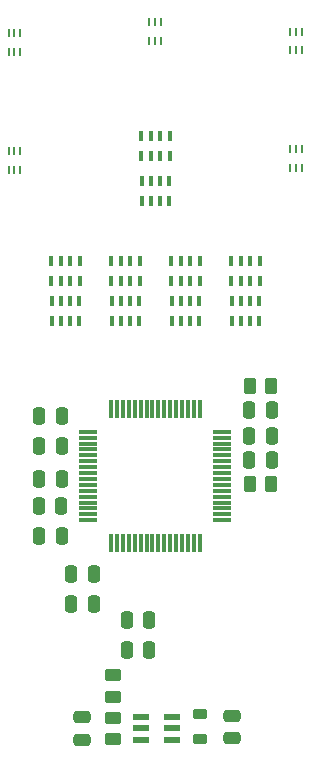
<source format=gbr>
G04 #@! TF.GenerationSoftware,KiCad,Pcbnew,8.0.8*
G04 #@! TF.CreationDate,2025-03-16T16:25:49-04:00*
G04 #@! TF.ProjectId,Combined_PCB,436f6d62-696e-4656-945f-5043422e6b69,1*
G04 #@! TF.SameCoordinates,Original*
G04 #@! TF.FileFunction,Paste,Top*
G04 #@! TF.FilePolarity,Positive*
%FSLAX46Y46*%
G04 Gerber Fmt 4.6, Leading zero omitted, Abs format (unit mm)*
G04 Created by KiCad (PCBNEW 8.0.8) date 2025-03-16 16:25:49*
%MOMM*%
%LPD*%
G01*
G04 APERTURE LIST*
G04 Aperture macros list*
%AMRoundRect*
0 Rectangle with rounded corners*
0 $1 Rounding radius*
0 $2 $3 $4 $5 $6 $7 $8 $9 X,Y pos of 4 corners*
0 Add a 4 corners polygon primitive as box body*
4,1,4,$2,$3,$4,$5,$6,$7,$8,$9,$2,$3,0*
0 Add four circle primitives for the rounded corners*
1,1,$1+$1,$2,$3*
1,1,$1+$1,$4,$5*
1,1,$1+$1,$6,$7*
1,1,$1+$1,$8,$9*
0 Add four rect primitives between the rounded corners*
20,1,$1+$1,$2,$3,$4,$5,0*
20,1,$1+$1,$4,$5,$6,$7,0*
20,1,$1+$1,$6,$7,$8,$9,0*
20,1,$1+$1,$8,$9,$2,$3,0*%
G04 Aperture macros list end*
%ADD10R,0.199200X0.704800*%
%ADD11RoundRect,0.250000X0.475000X-0.250000X0.475000X0.250000X-0.475000X0.250000X-0.475000X-0.250000X0*%
%ADD12R,0.460000X0.890000*%
%ADD13RoundRect,0.250000X0.250000X0.475000X-0.250000X0.475000X-0.250000X-0.475000X0.250000X-0.475000X0*%
%ADD14RoundRect,0.218750X0.381250X-0.218750X0.381250X0.218750X-0.381250X0.218750X-0.381250X-0.218750X0*%
%ADD15R,0.400000X0.900000*%
%ADD16RoundRect,0.250000X-0.262500X-0.450000X0.262500X-0.450000X0.262500X0.450000X-0.262500X0.450000X0*%
%ADD17RoundRect,0.250000X0.450000X-0.262500X0.450000X0.262500X-0.450000X0.262500X-0.450000X-0.262500X0*%
%ADD18RoundRect,0.250000X-0.250000X-0.475000X0.250000X-0.475000X0.250000X0.475000X-0.250000X0.475000X0*%
%ADD19RoundRect,0.250000X-0.450000X0.262500X-0.450000X-0.262500X0.450000X-0.262500X0.450000X0.262500X0*%
%ADD20RoundRect,0.035000X-0.105000X0.745000X-0.105000X-0.745000X0.105000X-0.745000X0.105000X0.745000X0*%
%ADD21RoundRect,0.035000X-0.745000X0.105000X-0.745000X-0.105000X0.745000X-0.105000X0.745000X0.105000X0*%
%ADD22R,1.320800X0.558800*%
G04 APERTURE END LIST*
D10*
X130810000Y-30012401D03*
X131309999Y-30012401D03*
X131809998Y-30012401D03*
X131809998Y-28407599D03*
X131309999Y-28407599D03*
X130810000Y-28407599D03*
D11*
X113124000Y-88382500D03*
X113124000Y-86482500D03*
D12*
X110620000Y-52895000D03*
X111380000Y-52895000D03*
X112140000Y-52895000D03*
X112900000Y-52895000D03*
X112900000Y-51245000D03*
X112140000Y-51245000D03*
X111380000Y-51245000D03*
X110620000Y-51245000D03*
D13*
X111386252Y-68580000D03*
X109486252Y-68580000D03*
D14*
X123190000Y-88344500D03*
X123190000Y-86219500D03*
D15*
X120720000Y-49530000D03*
X121520000Y-49530000D03*
X122320000Y-49530000D03*
X123120000Y-49530000D03*
X123120000Y-47830000D03*
X122320000Y-47830000D03*
X121520000Y-47830000D03*
X120720000Y-47830000D03*
D10*
X107950000Y-38527198D03*
X107450001Y-38527198D03*
X106950002Y-38527198D03*
X106950002Y-40132000D03*
X107450001Y-40132000D03*
X107950000Y-40132000D03*
X118880001Y-29210000D03*
X119380000Y-29210000D03*
X119879999Y-29210000D03*
X119879999Y-27605198D03*
X119380000Y-27605198D03*
X118880001Y-27605198D03*
D11*
X125824000Y-88232000D03*
X125824000Y-86332000D03*
D16*
X127357500Y-66675000D03*
X129182500Y-66675000D03*
D13*
X111440000Y-66294000D03*
X109540000Y-66294000D03*
D17*
X115824000Y-84732500D03*
X115824000Y-82907500D03*
D15*
X110560000Y-49530000D03*
X111360000Y-49530000D03*
X112160000Y-49530000D03*
X112960000Y-49530000D03*
X112960000Y-47830000D03*
X112160000Y-47830000D03*
X111360000Y-47830000D03*
X110560000Y-47830000D03*
D18*
X116967000Y-80772000D03*
X118867000Y-80772000D03*
D12*
X125860000Y-52895000D03*
X126620000Y-52895000D03*
X127380000Y-52895000D03*
X128140000Y-52895000D03*
X128140000Y-51245000D03*
X127380000Y-51245000D03*
X126620000Y-51245000D03*
X125860000Y-51245000D03*
D19*
X115824000Y-86520000D03*
X115824000Y-88345000D03*
D12*
X118240000Y-42735000D03*
X119000000Y-42735000D03*
X119760000Y-42735000D03*
X120520000Y-42735000D03*
X120520000Y-41085000D03*
X119760000Y-41085000D03*
X119000000Y-41085000D03*
X118240000Y-41085000D03*
D18*
X127320000Y-64643000D03*
X129220000Y-64643000D03*
D15*
X125800000Y-49530000D03*
X126600000Y-49530000D03*
X127400000Y-49530000D03*
X128200000Y-49530000D03*
X128200000Y-47830000D03*
X127400000Y-47830000D03*
X126600000Y-47830000D03*
X125800000Y-47830000D03*
D13*
X111440000Y-60960000D03*
X109540000Y-60960000D03*
X114173000Y-76835000D03*
X112273000Y-76835000D03*
D12*
X120780000Y-52895000D03*
X121540000Y-52895000D03*
X122300000Y-52895000D03*
X123060000Y-52895000D03*
X123060000Y-51245000D03*
X122300000Y-51245000D03*
X121540000Y-51245000D03*
X120780000Y-51245000D03*
D13*
X114173000Y-74295000D03*
X112273000Y-74295000D03*
X111440000Y-71120000D03*
X109540000Y-71120000D03*
D20*
X123130000Y-60360000D03*
X122630000Y-60360000D03*
X122130000Y-60360000D03*
X121630000Y-60360000D03*
X121130000Y-60360000D03*
X120630000Y-60360000D03*
X120130000Y-60360000D03*
X119630000Y-60360000D03*
X119130000Y-60360000D03*
X118630000Y-60360000D03*
X118130000Y-60360000D03*
X117630000Y-60360000D03*
X117130000Y-60360000D03*
X116630000Y-60360000D03*
X116130000Y-60360000D03*
X115630000Y-60360000D03*
D21*
X113700000Y-62290000D03*
X113700000Y-62790000D03*
X113700000Y-63290000D03*
X113700000Y-63790000D03*
X113700000Y-64290000D03*
X113700000Y-64790000D03*
X113700000Y-65290000D03*
X113700000Y-65790000D03*
X113700000Y-66290000D03*
X113700000Y-66790000D03*
X113700000Y-67290000D03*
X113700000Y-67790000D03*
X113700000Y-68290000D03*
X113700000Y-68790000D03*
X113700000Y-69290000D03*
X113700000Y-69790000D03*
D20*
X115630000Y-71720000D03*
X116130000Y-71720000D03*
X116630000Y-71720000D03*
X117130000Y-71720000D03*
X117630000Y-71720000D03*
X118130000Y-71720000D03*
X118630000Y-71720000D03*
X119130000Y-71720000D03*
X119630000Y-71720000D03*
X120130000Y-71720000D03*
X120630000Y-71720000D03*
X121130000Y-71720000D03*
X121630000Y-71720000D03*
X122130000Y-71720000D03*
X122630000Y-71720000D03*
X123130000Y-71720000D03*
D21*
X125060000Y-69790000D03*
X125060000Y-69290000D03*
X125060000Y-68790000D03*
X125060000Y-68290000D03*
X125060000Y-67790000D03*
X125060000Y-67290000D03*
X125060000Y-66790000D03*
X125060000Y-66290000D03*
X125060000Y-65790000D03*
X125060000Y-65290000D03*
X125060000Y-64790000D03*
X125060000Y-64290000D03*
X125060000Y-63790000D03*
X125060000Y-63290000D03*
X125060000Y-62790000D03*
X125060000Y-62290000D03*
D15*
X118180000Y-38950000D03*
X118980000Y-38950000D03*
X119780000Y-38950000D03*
X120580000Y-38950000D03*
X120580000Y-37250000D03*
X119780000Y-37250000D03*
X118980000Y-37250000D03*
X118180000Y-37250000D03*
D12*
X115700000Y-52895000D03*
X116460000Y-52895000D03*
X117220000Y-52895000D03*
X117980000Y-52895000D03*
X117980000Y-51245000D03*
X117220000Y-51245000D03*
X116460000Y-51245000D03*
X115700000Y-51245000D03*
D15*
X115640000Y-49530000D03*
X116440000Y-49530000D03*
X117240000Y-49530000D03*
X118040000Y-49530000D03*
X118040000Y-47830000D03*
X117240000Y-47830000D03*
X116440000Y-47830000D03*
X115640000Y-47830000D03*
D13*
X111440000Y-63500000D03*
X109540000Y-63500000D03*
D10*
X130810000Y-39958802D03*
X131309999Y-39958802D03*
X131809998Y-39958802D03*
X131809998Y-38354000D03*
X131309999Y-38354000D03*
X130810000Y-38354000D03*
D13*
X129220000Y-62611000D03*
X127320000Y-62611000D03*
D18*
X116967000Y-78232000D03*
X118867000Y-78232000D03*
D13*
X129220000Y-60452000D03*
X127320000Y-60452000D03*
D16*
X127357500Y-58420000D03*
X129182500Y-58420000D03*
D22*
X120769400Y-88359001D03*
X120769400Y-87409000D03*
X120769400Y-86458999D03*
X118178600Y-86458999D03*
X118178600Y-87409000D03*
X118178600Y-88359001D03*
D10*
X107950000Y-28494198D03*
X107450001Y-28494198D03*
X106950002Y-28494198D03*
X106950002Y-30099000D03*
X107450001Y-30099000D03*
X107950000Y-30099000D03*
M02*

</source>
